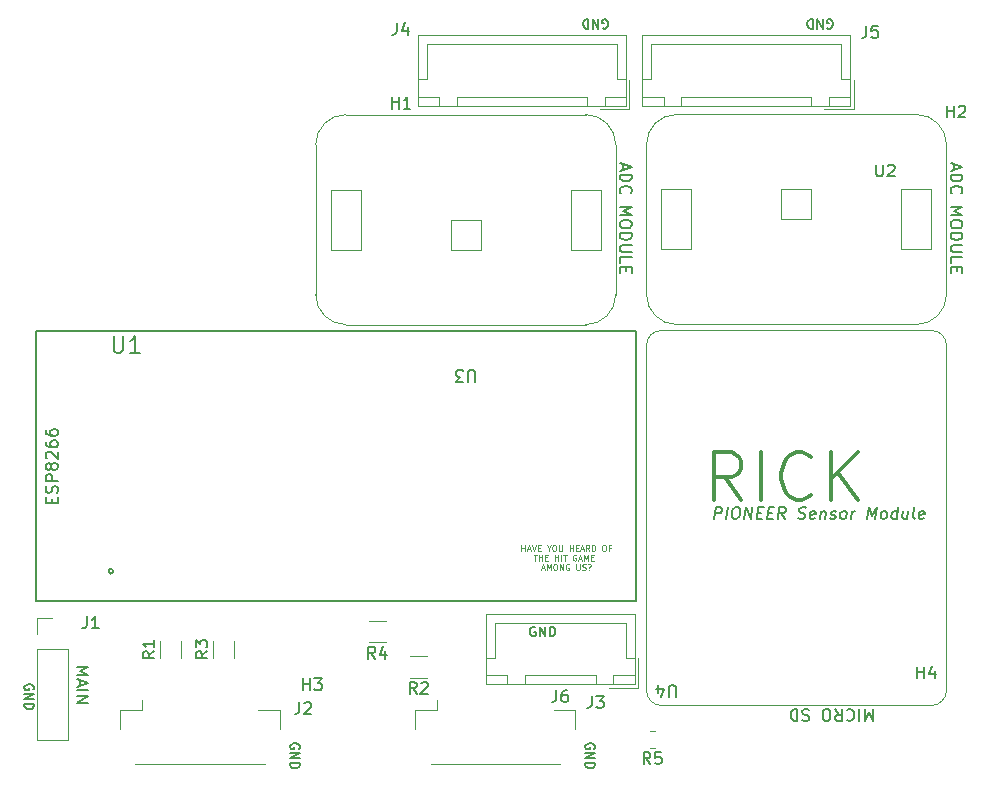
<source format=gbr>
%TF.GenerationSoftware,KiCad,Pcbnew,(6.0.10-0)*%
%TF.CreationDate,2023-01-18T17:39:01-08:00*%
%TF.ProjectId,Sensor,53656e73-6f72-42e6-9b69-6361645f7063,rev?*%
%TF.SameCoordinates,Original*%
%TF.FileFunction,Legend,Top*%
%TF.FilePolarity,Positive*%
%FSLAX46Y46*%
G04 Gerber Fmt 4.6, Leading zero omitted, Abs format (unit mm)*
G04 Created by KiCad (PCBNEW (6.0.10-0)) date 2023-01-18 17:39:01*
%MOMM*%
%LPD*%
G01*
G04 APERTURE LIST*
%ADD10C,0.125000*%
%ADD11C,0.150000*%
%ADD12C,0.300000*%
%ADD13C,0.120000*%
%ADD14C,0.127000*%
%ADD15C,0.203200*%
G04 APERTURE END LIST*
D10*
X63714285Y-121171190D02*
X63714285Y-120671190D01*
X63714285Y-120909285D02*
X64000000Y-120909285D01*
X64000000Y-121171190D02*
X64000000Y-120671190D01*
X64214285Y-121028333D02*
X64452380Y-121028333D01*
X64166666Y-121171190D02*
X64333333Y-120671190D01*
X64500000Y-121171190D01*
X64595238Y-120671190D02*
X64761904Y-121171190D01*
X64928571Y-120671190D01*
X65095238Y-120909285D02*
X65261904Y-120909285D01*
X65333333Y-121171190D02*
X65095238Y-121171190D01*
X65095238Y-120671190D01*
X65333333Y-120671190D01*
X66023809Y-120933095D02*
X66023809Y-121171190D01*
X65857142Y-120671190D02*
X66023809Y-120933095D01*
X66190476Y-120671190D01*
X66452380Y-120671190D02*
X66547619Y-120671190D01*
X66595238Y-120695000D01*
X66642857Y-120742619D01*
X66666666Y-120837857D01*
X66666666Y-121004523D01*
X66642857Y-121099761D01*
X66595238Y-121147380D01*
X66547619Y-121171190D01*
X66452380Y-121171190D01*
X66404761Y-121147380D01*
X66357142Y-121099761D01*
X66333333Y-121004523D01*
X66333333Y-120837857D01*
X66357142Y-120742619D01*
X66404761Y-120695000D01*
X66452380Y-120671190D01*
X66880952Y-120671190D02*
X66880952Y-121075952D01*
X66904761Y-121123571D01*
X66928571Y-121147380D01*
X66976190Y-121171190D01*
X67071428Y-121171190D01*
X67119047Y-121147380D01*
X67142857Y-121123571D01*
X67166666Y-121075952D01*
X67166666Y-120671190D01*
X67785714Y-121171190D02*
X67785714Y-120671190D01*
X67785714Y-120909285D02*
X68071428Y-120909285D01*
X68071428Y-121171190D02*
X68071428Y-120671190D01*
X68309523Y-120909285D02*
X68476190Y-120909285D01*
X68547619Y-121171190D02*
X68309523Y-121171190D01*
X68309523Y-120671190D01*
X68547619Y-120671190D01*
X68738095Y-121028333D02*
X68976190Y-121028333D01*
X68690476Y-121171190D02*
X68857142Y-120671190D01*
X69023809Y-121171190D01*
X69476190Y-121171190D02*
X69309523Y-120933095D01*
X69190476Y-121171190D02*
X69190476Y-120671190D01*
X69380952Y-120671190D01*
X69428571Y-120695000D01*
X69452380Y-120718809D01*
X69476190Y-120766428D01*
X69476190Y-120837857D01*
X69452380Y-120885476D01*
X69428571Y-120909285D01*
X69380952Y-120933095D01*
X69190476Y-120933095D01*
X69690476Y-121171190D02*
X69690476Y-120671190D01*
X69809523Y-120671190D01*
X69880952Y-120695000D01*
X69928571Y-120742619D01*
X69952380Y-120790238D01*
X69976190Y-120885476D01*
X69976190Y-120956904D01*
X69952380Y-121052142D01*
X69928571Y-121099761D01*
X69880952Y-121147380D01*
X69809523Y-121171190D01*
X69690476Y-121171190D01*
X70666666Y-120671190D02*
X70761904Y-120671190D01*
X70809523Y-120695000D01*
X70857142Y-120742619D01*
X70880952Y-120837857D01*
X70880952Y-121004523D01*
X70857142Y-121099761D01*
X70809523Y-121147380D01*
X70761904Y-121171190D01*
X70666666Y-121171190D01*
X70619047Y-121147380D01*
X70571428Y-121099761D01*
X70547619Y-121004523D01*
X70547619Y-120837857D01*
X70571428Y-120742619D01*
X70619047Y-120695000D01*
X70666666Y-120671190D01*
X71261904Y-120909285D02*
X71095238Y-120909285D01*
X71095238Y-121171190D02*
X71095238Y-120671190D01*
X71333333Y-120671190D01*
X64750000Y-121476190D02*
X65035714Y-121476190D01*
X64892857Y-121976190D02*
X64892857Y-121476190D01*
X65202380Y-121976190D02*
X65202380Y-121476190D01*
X65202380Y-121714285D02*
X65488095Y-121714285D01*
X65488095Y-121976190D02*
X65488095Y-121476190D01*
X65726190Y-121714285D02*
X65892857Y-121714285D01*
X65964285Y-121976190D02*
X65726190Y-121976190D01*
X65726190Y-121476190D01*
X65964285Y-121476190D01*
X66559523Y-121976190D02*
X66559523Y-121476190D01*
X66559523Y-121714285D02*
X66845238Y-121714285D01*
X66845238Y-121976190D02*
X66845238Y-121476190D01*
X67083333Y-121976190D02*
X67083333Y-121476190D01*
X67250000Y-121476190D02*
X67535714Y-121476190D01*
X67392857Y-121976190D02*
X67392857Y-121476190D01*
X68345238Y-121500000D02*
X68297619Y-121476190D01*
X68226190Y-121476190D01*
X68154761Y-121500000D01*
X68107142Y-121547619D01*
X68083333Y-121595238D01*
X68059523Y-121690476D01*
X68059523Y-121761904D01*
X68083333Y-121857142D01*
X68107142Y-121904761D01*
X68154761Y-121952380D01*
X68226190Y-121976190D01*
X68273809Y-121976190D01*
X68345238Y-121952380D01*
X68369047Y-121928571D01*
X68369047Y-121761904D01*
X68273809Y-121761904D01*
X68559523Y-121833333D02*
X68797619Y-121833333D01*
X68511904Y-121976190D02*
X68678571Y-121476190D01*
X68845238Y-121976190D01*
X69011904Y-121976190D02*
X69011904Y-121476190D01*
X69178571Y-121833333D01*
X69345238Y-121476190D01*
X69345238Y-121976190D01*
X69583333Y-121714285D02*
X69750000Y-121714285D01*
X69821428Y-121976190D02*
X69583333Y-121976190D01*
X69583333Y-121476190D01*
X69821428Y-121476190D01*
X65416666Y-122638333D02*
X65654761Y-122638333D01*
X65369047Y-122781190D02*
X65535714Y-122281190D01*
X65702380Y-122781190D01*
X65869047Y-122781190D02*
X65869047Y-122281190D01*
X66035714Y-122638333D01*
X66202380Y-122281190D01*
X66202380Y-122781190D01*
X66535714Y-122281190D02*
X66630952Y-122281190D01*
X66678571Y-122305000D01*
X66726190Y-122352619D01*
X66750000Y-122447857D01*
X66750000Y-122614523D01*
X66726190Y-122709761D01*
X66678571Y-122757380D01*
X66630952Y-122781190D01*
X66535714Y-122781190D01*
X66488095Y-122757380D01*
X66440476Y-122709761D01*
X66416666Y-122614523D01*
X66416666Y-122447857D01*
X66440476Y-122352619D01*
X66488095Y-122305000D01*
X66535714Y-122281190D01*
X66964285Y-122781190D02*
X66964285Y-122281190D01*
X67250000Y-122781190D01*
X67250000Y-122281190D01*
X67750000Y-122305000D02*
X67702380Y-122281190D01*
X67630952Y-122281190D01*
X67559523Y-122305000D01*
X67511904Y-122352619D01*
X67488095Y-122400238D01*
X67464285Y-122495476D01*
X67464285Y-122566904D01*
X67488095Y-122662142D01*
X67511904Y-122709761D01*
X67559523Y-122757380D01*
X67630952Y-122781190D01*
X67678571Y-122781190D01*
X67750000Y-122757380D01*
X67773809Y-122733571D01*
X67773809Y-122566904D01*
X67678571Y-122566904D01*
X68369047Y-122281190D02*
X68369047Y-122685952D01*
X68392857Y-122733571D01*
X68416666Y-122757380D01*
X68464285Y-122781190D01*
X68559523Y-122781190D01*
X68607142Y-122757380D01*
X68630952Y-122733571D01*
X68654761Y-122685952D01*
X68654761Y-122281190D01*
X68869047Y-122757380D02*
X68940476Y-122781190D01*
X69059523Y-122781190D01*
X69107142Y-122757380D01*
X69130952Y-122733571D01*
X69154761Y-122685952D01*
X69154761Y-122638333D01*
X69130952Y-122590714D01*
X69107142Y-122566904D01*
X69059523Y-122543095D01*
X68964285Y-122519285D01*
X68916666Y-122495476D01*
X68892857Y-122471666D01*
X68869047Y-122424047D01*
X68869047Y-122376428D01*
X68892857Y-122328809D01*
X68916666Y-122305000D01*
X68964285Y-122281190D01*
X69083333Y-122281190D01*
X69154761Y-122305000D01*
X69440476Y-122733571D02*
X69464285Y-122757380D01*
X69440476Y-122781190D01*
X69416666Y-122757380D01*
X69440476Y-122733571D01*
X69440476Y-122781190D01*
X69345238Y-122305000D02*
X69392857Y-122281190D01*
X69511904Y-122281190D01*
X69559523Y-122305000D01*
X69583333Y-122352619D01*
X69583333Y-122400238D01*
X69559523Y-122447857D01*
X69535714Y-122471666D01*
X69488095Y-122495476D01*
X69464285Y-122519285D01*
X69440476Y-122566904D01*
X69440476Y-122590714D01*
D11*
X100333333Y-88404761D02*
X100333333Y-88880952D01*
X100047619Y-88309523D02*
X101047619Y-88642857D01*
X100047619Y-88976190D01*
X100047619Y-89309523D02*
X101047619Y-89309523D01*
X101047619Y-89547619D01*
X101000000Y-89690476D01*
X100904761Y-89785714D01*
X100809523Y-89833333D01*
X100619047Y-89880952D01*
X100476190Y-89880952D01*
X100285714Y-89833333D01*
X100190476Y-89785714D01*
X100095238Y-89690476D01*
X100047619Y-89547619D01*
X100047619Y-89309523D01*
X100142857Y-90880952D02*
X100095238Y-90833333D01*
X100047619Y-90690476D01*
X100047619Y-90595238D01*
X100095238Y-90452380D01*
X100190476Y-90357142D01*
X100285714Y-90309523D01*
X100476190Y-90261904D01*
X100619047Y-90261904D01*
X100809523Y-90309523D01*
X100904761Y-90357142D01*
X101000000Y-90452380D01*
X101047619Y-90595238D01*
X101047619Y-90690476D01*
X101000000Y-90833333D01*
X100952380Y-90880952D01*
X100047619Y-92071428D02*
X101047619Y-92071428D01*
X100333333Y-92404761D01*
X101047619Y-92738095D01*
X100047619Y-92738095D01*
X101047619Y-93404761D02*
X101047619Y-93595238D01*
X101000000Y-93690476D01*
X100904761Y-93785714D01*
X100714285Y-93833333D01*
X100380952Y-93833333D01*
X100190476Y-93785714D01*
X100095238Y-93690476D01*
X100047619Y-93595238D01*
X100047619Y-93404761D01*
X100095238Y-93309523D01*
X100190476Y-93214285D01*
X100380952Y-93166666D01*
X100714285Y-93166666D01*
X100904761Y-93214285D01*
X101000000Y-93309523D01*
X101047619Y-93404761D01*
X100047619Y-94261904D02*
X101047619Y-94261904D01*
X101047619Y-94500000D01*
X101000000Y-94642857D01*
X100904761Y-94738095D01*
X100809523Y-94785714D01*
X100619047Y-94833333D01*
X100476190Y-94833333D01*
X100285714Y-94785714D01*
X100190476Y-94738095D01*
X100095238Y-94642857D01*
X100047619Y-94500000D01*
X100047619Y-94261904D01*
X101047619Y-95261904D02*
X100238095Y-95261904D01*
X100142857Y-95309523D01*
X100095238Y-95357142D01*
X100047619Y-95452380D01*
X100047619Y-95642857D01*
X100095238Y-95738095D01*
X100142857Y-95785714D01*
X100238095Y-95833333D01*
X101047619Y-95833333D01*
X100047619Y-96785714D02*
X100047619Y-96309523D01*
X101047619Y-96309523D01*
X100571428Y-97119047D02*
X100571428Y-97452380D01*
X100047619Y-97595238D02*
X100047619Y-97119047D01*
X101047619Y-97119047D01*
X101047619Y-97595238D01*
X26047619Y-130976190D02*
X27047619Y-130976190D01*
X26333333Y-131309523D01*
X27047619Y-131642857D01*
X26047619Y-131642857D01*
X26333333Y-132071428D02*
X26333333Y-132547619D01*
X26047619Y-131976190D02*
X27047619Y-132309523D01*
X26047619Y-132642857D01*
X26047619Y-132976190D02*
X27047619Y-132976190D01*
X26047619Y-133452380D02*
X27047619Y-133452380D01*
X26047619Y-134023809D01*
X27047619Y-134023809D01*
X44900000Y-137890476D02*
X44938095Y-137814285D01*
X44938095Y-137700000D01*
X44900000Y-137585714D01*
X44823809Y-137509523D01*
X44747619Y-137471428D01*
X44595238Y-137433333D01*
X44480952Y-137433333D01*
X44328571Y-137471428D01*
X44252380Y-137509523D01*
X44176190Y-137585714D01*
X44138095Y-137700000D01*
X44138095Y-137776190D01*
X44176190Y-137890476D01*
X44214285Y-137928571D01*
X44480952Y-137928571D01*
X44480952Y-137776190D01*
X44138095Y-138271428D02*
X44938095Y-138271428D01*
X44138095Y-138728571D01*
X44938095Y-138728571D01*
X44138095Y-139109523D02*
X44938095Y-139109523D01*
X44938095Y-139300000D01*
X44900000Y-139414285D01*
X44823809Y-139490476D01*
X44747619Y-139528571D01*
X44595238Y-139566666D01*
X44480952Y-139566666D01*
X44328571Y-139528571D01*
X44252380Y-139490476D01*
X44176190Y-139414285D01*
X44138095Y-139300000D01*
X44138095Y-139109523D01*
X72333333Y-88404761D02*
X72333333Y-88880952D01*
X72047619Y-88309523D02*
X73047619Y-88642857D01*
X72047619Y-88976190D01*
X72047619Y-89309523D02*
X73047619Y-89309523D01*
X73047619Y-89547619D01*
X73000000Y-89690476D01*
X72904761Y-89785714D01*
X72809523Y-89833333D01*
X72619047Y-89880952D01*
X72476190Y-89880952D01*
X72285714Y-89833333D01*
X72190476Y-89785714D01*
X72095238Y-89690476D01*
X72047619Y-89547619D01*
X72047619Y-89309523D01*
X72142857Y-90880952D02*
X72095238Y-90833333D01*
X72047619Y-90690476D01*
X72047619Y-90595238D01*
X72095238Y-90452380D01*
X72190476Y-90357142D01*
X72285714Y-90309523D01*
X72476190Y-90261904D01*
X72619047Y-90261904D01*
X72809523Y-90309523D01*
X72904761Y-90357142D01*
X73000000Y-90452380D01*
X73047619Y-90595238D01*
X73047619Y-90690476D01*
X73000000Y-90833333D01*
X72952380Y-90880952D01*
X72047619Y-92071428D02*
X73047619Y-92071428D01*
X72333333Y-92404761D01*
X73047619Y-92738095D01*
X72047619Y-92738095D01*
X73047619Y-93404761D02*
X73047619Y-93595238D01*
X73000000Y-93690476D01*
X72904761Y-93785714D01*
X72714285Y-93833333D01*
X72380952Y-93833333D01*
X72190476Y-93785714D01*
X72095238Y-93690476D01*
X72047619Y-93595238D01*
X72047619Y-93404761D01*
X72095238Y-93309523D01*
X72190476Y-93214285D01*
X72380952Y-93166666D01*
X72714285Y-93166666D01*
X72904761Y-93214285D01*
X73000000Y-93309523D01*
X73047619Y-93404761D01*
X72047619Y-94261904D02*
X73047619Y-94261904D01*
X73047619Y-94500000D01*
X73000000Y-94642857D01*
X72904761Y-94738095D01*
X72809523Y-94785714D01*
X72619047Y-94833333D01*
X72476190Y-94833333D01*
X72285714Y-94785714D01*
X72190476Y-94738095D01*
X72095238Y-94642857D01*
X72047619Y-94500000D01*
X72047619Y-94261904D01*
X73047619Y-95261904D02*
X72238095Y-95261904D01*
X72142857Y-95309523D01*
X72095238Y-95357142D01*
X72047619Y-95452380D01*
X72047619Y-95642857D01*
X72095238Y-95738095D01*
X72142857Y-95785714D01*
X72238095Y-95833333D01*
X73047619Y-95833333D01*
X72047619Y-96785714D02*
X72047619Y-96309523D01*
X73047619Y-96309523D01*
X72571428Y-97119047D02*
X72571428Y-97452380D01*
X72047619Y-97595238D02*
X72047619Y-97119047D01*
X73047619Y-97119047D01*
X73047619Y-97595238D01*
X70609523Y-76900000D02*
X70685714Y-76938095D01*
X70800000Y-76938095D01*
X70914285Y-76900000D01*
X70990476Y-76823809D01*
X71028571Y-76747619D01*
X71066666Y-76595238D01*
X71066666Y-76480952D01*
X71028571Y-76328571D01*
X70990476Y-76252380D01*
X70914285Y-76176190D01*
X70800000Y-76138095D01*
X70723809Y-76138095D01*
X70609523Y-76176190D01*
X70571428Y-76214285D01*
X70571428Y-76480952D01*
X70723809Y-76480952D01*
X70228571Y-76138095D02*
X70228571Y-76938095D01*
X69771428Y-76138095D01*
X69771428Y-76938095D01*
X69390476Y-76138095D02*
X69390476Y-76938095D01*
X69200000Y-76938095D01*
X69085714Y-76900000D01*
X69009523Y-76823809D01*
X68971428Y-76747619D01*
X68933333Y-76595238D01*
X68933333Y-76480952D01*
X68971428Y-76328571D01*
X69009523Y-76252380D01*
X69085714Y-76176190D01*
X69200000Y-76138095D01*
X69390476Y-76138095D01*
X93452380Y-134547619D02*
X93452380Y-135547619D01*
X93119047Y-134833333D01*
X92785714Y-135547619D01*
X92785714Y-134547619D01*
X92309523Y-134547619D02*
X92309523Y-135547619D01*
X91261904Y-134642857D02*
X91309523Y-134595238D01*
X91452380Y-134547619D01*
X91547619Y-134547619D01*
X91690476Y-134595238D01*
X91785714Y-134690476D01*
X91833333Y-134785714D01*
X91880952Y-134976190D01*
X91880952Y-135119047D01*
X91833333Y-135309523D01*
X91785714Y-135404761D01*
X91690476Y-135500000D01*
X91547619Y-135547619D01*
X91452380Y-135547619D01*
X91309523Y-135500000D01*
X91261904Y-135452380D01*
X90261904Y-134547619D02*
X90595238Y-135023809D01*
X90833333Y-134547619D02*
X90833333Y-135547619D01*
X90452380Y-135547619D01*
X90357142Y-135500000D01*
X90309523Y-135452380D01*
X90261904Y-135357142D01*
X90261904Y-135214285D01*
X90309523Y-135119047D01*
X90357142Y-135071428D01*
X90452380Y-135023809D01*
X90833333Y-135023809D01*
X89642857Y-135547619D02*
X89452380Y-135547619D01*
X89357142Y-135500000D01*
X89261904Y-135404761D01*
X89214285Y-135214285D01*
X89214285Y-134880952D01*
X89261904Y-134690476D01*
X89357142Y-134595238D01*
X89452380Y-134547619D01*
X89642857Y-134547619D01*
X89738095Y-134595238D01*
X89833333Y-134690476D01*
X89880952Y-134880952D01*
X89880952Y-135214285D01*
X89833333Y-135404761D01*
X89738095Y-135500000D01*
X89642857Y-135547619D01*
X88071428Y-134595238D02*
X87928571Y-134547619D01*
X87690476Y-134547619D01*
X87595238Y-134595238D01*
X87547619Y-134642857D01*
X87500000Y-134738095D01*
X87500000Y-134833333D01*
X87547619Y-134928571D01*
X87595238Y-134976190D01*
X87690476Y-135023809D01*
X87880952Y-135071428D01*
X87976190Y-135119047D01*
X88023809Y-135166666D01*
X88071428Y-135261904D01*
X88071428Y-135357142D01*
X88023809Y-135452380D01*
X87976190Y-135500000D01*
X87880952Y-135547619D01*
X87642857Y-135547619D01*
X87500000Y-135500000D01*
X87071428Y-134547619D02*
X87071428Y-135547619D01*
X86833333Y-135547619D01*
X86690476Y-135500000D01*
X86595238Y-135404761D01*
X86547619Y-135309523D01*
X86500000Y-135119047D01*
X86500000Y-134976190D01*
X86547619Y-134785714D01*
X86595238Y-134690476D01*
X86690476Y-134595238D01*
X86833333Y-134547619D01*
X87071428Y-134547619D01*
X23928571Y-117095238D02*
X23928571Y-116761904D01*
X24452380Y-116619047D02*
X24452380Y-117095238D01*
X23452380Y-117095238D01*
X23452380Y-116619047D01*
X24404761Y-116238095D02*
X24452380Y-116095238D01*
X24452380Y-115857142D01*
X24404761Y-115761904D01*
X24357142Y-115714285D01*
X24261904Y-115666666D01*
X24166666Y-115666666D01*
X24071428Y-115714285D01*
X24023809Y-115761904D01*
X23976190Y-115857142D01*
X23928571Y-116047619D01*
X23880952Y-116142857D01*
X23833333Y-116190476D01*
X23738095Y-116238095D01*
X23642857Y-116238095D01*
X23547619Y-116190476D01*
X23500000Y-116142857D01*
X23452380Y-116047619D01*
X23452380Y-115809523D01*
X23500000Y-115666666D01*
X24452380Y-115238095D02*
X23452380Y-115238095D01*
X23452380Y-114857142D01*
X23500000Y-114761904D01*
X23547619Y-114714285D01*
X23642857Y-114666666D01*
X23785714Y-114666666D01*
X23880952Y-114714285D01*
X23928571Y-114761904D01*
X23976190Y-114857142D01*
X23976190Y-115238095D01*
X23880952Y-114095238D02*
X23833333Y-114190476D01*
X23785714Y-114238095D01*
X23690476Y-114285714D01*
X23642857Y-114285714D01*
X23547619Y-114238095D01*
X23500000Y-114190476D01*
X23452380Y-114095238D01*
X23452380Y-113904761D01*
X23500000Y-113809523D01*
X23547619Y-113761904D01*
X23642857Y-113714285D01*
X23690476Y-113714285D01*
X23785714Y-113761904D01*
X23833333Y-113809523D01*
X23880952Y-113904761D01*
X23880952Y-114095238D01*
X23928571Y-114190476D01*
X23976190Y-114238095D01*
X24071428Y-114285714D01*
X24261904Y-114285714D01*
X24357142Y-114238095D01*
X24404761Y-114190476D01*
X24452380Y-114095238D01*
X24452380Y-113904761D01*
X24404761Y-113809523D01*
X24357142Y-113761904D01*
X24261904Y-113714285D01*
X24071428Y-113714285D01*
X23976190Y-113761904D01*
X23928571Y-113809523D01*
X23880952Y-113904761D01*
X23547619Y-113333333D02*
X23500000Y-113285714D01*
X23452380Y-113190476D01*
X23452380Y-112952380D01*
X23500000Y-112857142D01*
X23547619Y-112809523D01*
X23642857Y-112761904D01*
X23738095Y-112761904D01*
X23880952Y-112809523D01*
X24452380Y-113380952D01*
X24452380Y-112761904D01*
X23452380Y-111904761D02*
X23452380Y-112095238D01*
X23500000Y-112190476D01*
X23547619Y-112238095D01*
X23690476Y-112333333D01*
X23880952Y-112380952D01*
X24261904Y-112380952D01*
X24357142Y-112333333D01*
X24404761Y-112285714D01*
X24452380Y-112190476D01*
X24452380Y-112000000D01*
X24404761Y-111904761D01*
X24357142Y-111857142D01*
X24261904Y-111809523D01*
X24023809Y-111809523D01*
X23928571Y-111857142D01*
X23880952Y-111904761D01*
X23833333Y-112000000D01*
X23833333Y-112190476D01*
X23880952Y-112285714D01*
X23928571Y-112333333D01*
X24023809Y-112380952D01*
X23452380Y-110952380D02*
X23452380Y-111142857D01*
X23500000Y-111238095D01*
X23547619Y-111285714D01*
X23690476Y-111380952D01*
X23880952Y-111428571D01*
X24261904Y-111428571D01*
X24357142Y-111380952D01*
X24404761Y-111333333D01*
X24452380Y-111238095D01*
X24452380Y-111047619D01*
X24404761Y-110952380D01*
X24357142Y-110904761D01*
X24261904Y-110857142D01*
X24023809Y-110857142D01*
X23928571Y-110904761D01*
X23880952Y-110952380D01*
X23833333Y-111047619D01*
X23833333Y-111238095D01*
X23880952Y-111333333D01*
X23928571Y-111380952D01*
X24023809Y-111428571D01*
D12*
X82285714Y-116809523D02*
X80952380Y-114904761D01*
X80000000Y-116809523D02*
X80000000Y-112809523D01*
X81523809Y-112809523D01*
X81904761Y-113000000D01*
X82095238Y-113190476D01*
X82285714Y-113571428D01*
X82285714Y-114142857D01*
X82095238Y-114523809D01*
X81904761Y-114714285D01*
X81523809Y-114904761D01*
X80000000Y-114904761D01*
X84000000Y-116809523D02*
X84000000Y-112809523D01*
X88190476Y-116428571D02*
X88000000Y-116619047D01*
X87428571Y-116809523D01*
X87047619Y-116809523D01*
X86476190Y-116619047D01*
X86095238Y-116238095D01*
X85904761Y-115857142D01*
X85714285Y-115095238D01*
X85714285Y-114523809D01*
X85904761Y-113761904D01*
X86095238Y-113380952D01*
X86476190Y-113000000D01*
X87047619Y-112809523D01*
X87428571Y-112809523D01*
X88000000Y-113000000D01*
X88190476Y-113190476D01*
X89904761Y-116809523D02*
X89904761Y-112809523D01*
X92190476Y-116809523D02*
X90476190Y-114523809D01*
X92190476Y-112809523D02*
X89904761Y-115095238D01*
D11*
X22400000Y-132890476D02*
X22438095Y-132814285D01*
X22438095Y-132700000D01*
X22400000Y-132585714D01*
X22323809Y-132509523D01*
X22247619Y-132471428D01*
X22095238Y-132433333D01*
X21980952Y-132433333D01*
X21828571Y-132471428D01*
X21752380Y-132509523D01*
X21676190Y-132585714D01*
X21638095Y-132700000D01*
X21638095Y-132776190D01*
X21676190Y-132890476D01*
X21714285Y-132928571D01*
X21980952Y-132928571D01*
X21980952Y-132776190D01*
X21638095Y-133271428D02*
X22438095Y-133271428D01*
X21638095Y-133728571D01*
X22438095Y-133728571D01*
X21638095Y-134109523D02*
X22438095Y-134109523D01*
X22438095Y-134300000D01*
X22400000Y-134414285D01*
X22323809Y-134490476D01*
X22247619Y-134528571D01*
X22095238Y-134566666D01*
X21980952Y-134566666D01*
X21828571Y-134528571D01*
X21752380Y-134490476D01*
X21676190Y-134414285D01*
X21638095Y-134300000D01*
X21638095Y-134109523D01*
X69900000Y-137890476D02*
X69938095Y-137814285D01*
X69938095Y-137700000D01*
X69900000Y-137585714D01*
X69823809Y-137509523D01*
X69747619Y-137471428D01*
X69595238Y-137433333D01*
X69480952Y-137433333D01*
X69328571Y-137471428D01*
X69252380Y-137509523D01*
X69176190Y-137585714D01*
X69138095Y-137700000D01*
X69138095Y-137776190D01*
X69176190Y-137890476D01*
X69214285Y-137928571D01*
X69480952Y-137928571D01*
X69480952Y-137776190D01*
X69138095Y-138271428D02*
X69938095Y-138271428D01*
X69138095Y-138728571D01*
X69938095Y-138728571D01*
X69138095Y-139109523D02*
X69938095Y-139109523D01*
X69938095Y-139300000D01*
X69900000Y-139414285D01*
X69823809Y-139490476D01*
X69747619Y-139528571D01*
X69595238Y-139566666D01*
X69480952Y-139566666D01*
X69328571Y-139528571D01*
X69252380Y-139490476D01*
X69176190Y-139414285D01*
X69138095Y-139300000D01*
X69138095Y-139109523D01*
X89609523Y-76900000D02*
X89685714Y-76938095D01*
X89800000Y-76938095D01*
X89914285Y-76900000D01*
X89990476Y-76823809D01*
X90028571Y-76747619D01*
X90066666Y-76595238D01*
X90066666Y-76480952D01*
X90028571Y-76328571D01*
X89990476Y-76252380D01*
X89914285Y-76176190D01*
X89800000Y-76138095D01*
X89723809Y-76138095D01*
X89609523Y-76176190D01*
X89571428Y-76214285D01*
X89571428Y-76480952D01*
X89723809Y-76480952D01*
X89228571Y-76138095D02*
X89228571Y-76938095D01*
X88771428Y-76138095D01*
X88771428Y-76938095D01*
X88390476Y-76138095D02*
X88390476Y-76938095D01*
X88200000Y-76938095D01*
X88085714Y-76900000D01*
X88009523Y-76823809D01*
X87971428Y-76747619D01*
X87933333Y-76595238D01*
X87933333Y-76480952D01*
X87971428Y-76328571D01*
X88009523Y-76252380D01*
X88085714Y-76176190D01*
X88200000Y-76138095D01*
X88390476Y-76138095D01*
X64890476Y-127600000D02*
X64814285Y-127561904D01*
X64700000Y-127561904D01*
X64585714Y-127600000D01*
X64509523Y-127676190D01*
X64471428Y-127752380D01*
X64433333Y-127904761D01*
X64433333Y-128019047D01*
X64471428Y-128171428D01*
X64509523Y-128247619D01*
X64585714Y-128323809D01*
X64700000Y-128361904D01*
X64776190Y-128361904D01*
X64890476Y-128323809D01*
X64928571Y-128285714D01*
X64928571Y-128019047D01*
X64776190Y-128019047D01*
X65271428Y-128361904D02*
X65271428Y-127561904D01*
X65728571Y-128361904D01*
X65728571Y-127561904D01*
X66109523Y-128361904D02*
X66109523Y-127561904D01*
X66300000Y-127561904D01*
X66414285Y-127600000D01*
X66490476Y-127676190D01*
X66528571Y-127752380D01*
X66566666Y-127904761D01*
X66566666Y-128019047D01*
X66528571Y-128171428D01*
X66490476Y-128247619D01*
X66414285Y-128323809D01*
X66300000Y-128361904D01*
X66109523Y-128361904D01*
X80048184Y-118452380D02*
X80173184Y-117452380D01*
X80554136Y-117452380D01*
X80643422Y-117500000D01*
X80685089Y-117547619D01*
X80720803Y-117642857D01*
X80702946Y-117785714D01*
X80643422Y-117880952D01*
X80589851Y-117928571D01*
X80488660Y-117976190D01*
X80107708Y-117976190D01*
X81048184Y-118452380D02*
X81173184Y-117452380D01*
X81839851Y-117452380D02*
X82030327Y-117452380D01*
X82119613Y-117500000D01*
X82202946Y-117595238D01*
X82226755Y-117785714D01*
X82185089Y-118119047D01*
X82113660Y-118309523D01*
X82006517Y-118404761D01*
X81905327Y-118452380D01*
X81714851Y-118452380D01*
X81625565Y-118404761D01*
X81542232Y-118309523D01*
X81518422Y-118119047D01*
X81560089Y-117785714D01*
X81631517Y-117595238D01*
X81738660Y-117500000D01*
X81839851Y-117452380D01*
X82571994Y-118452380D02*
X82696994Y-117452380D01*
X83143422Y-118452380D01*
X83268422Y-117452380D01*
X83685089Y-117928571D02*
X84018422Y-117928571D01*
X84095803Y-118452380D02*
X83619613Y-118452380D01*
X83744613Y-117452380D01*
X84220803Y-117452380D01*
X84589851Y-117928571D02*
X84923184Y-117928571D01*
X85000565Y-118452380D02*
X84524375Y-118452380D01*
X84649375Y-117452380D01*
X85125565Y-117452380D01*
X86000565Y-118452380D02*
X85726755Y-117976190D01*
X85429136Y-118452380D02*
X85554136Y-117452380D01*
X85935089Y-117452380D01*
X86024375Y-117500000D01*
X86066041Y-117547619D01*
X86101755Y-117642857D01*
X86083898Y-117785714D01*
X86024375Y-117880952D01*
X85970803Y-117928571D01*
X85869613Y-117976190D01*
X85488660Y-117976190D01*
X87149375Y-118404761D02*
X87286279Y-118452380D01*
X87524375Y-118452380D01*
X87625565Y-118404761D01*
X87679136Y-118357142D01*
X87738660Y-118261904D01*
X87750565Y-118166666D01*
X87714851Y-118071428D01*
X87673184Y-118023809D01*
X87583898Y-117976190D01*
X87399375Y-117928571D01*
X87310089Y-117880952D01*
X87268422Y-117833333D01*
X87232708Y-117738095D01*
X87244613Y-117642857D01*
X87304136Y-117547619D01*
X87357708Y-117500000D01*
X87458898Y-117452380D01*
X87696994Y-117452380D01*
X87833898Y-117500000D01*
X88530327Y-118404761D02*
X88429136Y-118452380D01*
X88238660Y-118452380D01*
X88149375Y-118404761D01*
X88113660Y-118309523D01*
X88161279Y-117928571D01*
X88220803Y-117833333D01*
X88321994Y-117785714D01*
X88512470Y-117785714D01*
X88601755Y-117833333D01*
X88637470Y-117928571D01*
X88625565Y-118023809D01*
X88137470Y-118119047D01*
X89083898Y-117785714D02*
X89000565Y-118452380D01*
X89071994Y-117880952D02*
X89125565Y-117833333D01*
X89226755Y-117785714D01*
X89369613Y-117785714D01*
X89458898Y-117833333D01*
X89494613Y-117928571D01*
X89429136Y-118452380D01*
X89863660Y-118404761D02*
X89952946Y-118452380D01*
X90143422Y-118452380D01*
X90244613Y-118404761D01*
X90304136Y-118309523D01*
X90310089Y-118261904D01*
X90274375Y-118166666D01*
X90185089Y-118119047D01*
X90042232Y-118119047D01*
X89952946Y-118071428D01*
X89917232Y-117976190D01*
X89923184Y-117928571D01*
X89982708Y-117833333D01*
X90083898Y-117785714D01*
X90226755Y-117785714D01*
X90316041Y-117833333D01*
X90857708Y-118452380D02*
X90768422Y-118404761D01*
X90726755Y-118357142D01*
X90691041Y-118261904D01*
X90726755Y-117976190D01*
X90786279Y-117880952D01*
X90839851Y-117833333D01*
X90941041Y-117785714D01*
X91083898Y-117785714D01*
X91173184Y-117833333D01*
X91214851Y-117880952D01*
X91250565Y-117976190D01*
X91214851Y-118261904D01*
X91155327Y-118357142D01*
X91101755Y-118404761D01*
X91000565Y-118452380D01*
X90857708Y-118452380D01*
X91619613Y-118452380D02*
X91702946Y-117785714D01*
X91679136Y-117976190D02*
X91738660Y-117880952D01*
X91792232Y-117833333D01*
X91893422Y-117785714D01*
X91988660Y-117785714D01*
X93000565Y-118452380D02*
X93125565Y-117452380D01*
X93369613Y-118166666D01*
X93792232Y-117452380D01*
X93667232Y-118452380D01*
X94286279Y-118452380D02*
X94196994Y-118404761D01*
X94155327Y-118357142D01*
X94119613Y-118261904D01*
X94155327Y-117976190D01*
X94214851Y-117880952D01*
X94268422Y-117833333D01*
X94369613Y-117785714D01*
X94512470Y-117785714D01*
X94601755Y-117833333D01*
X94643422Y-117880952D01*
X94679136Y-117976190D01*
X94643422Y-118261904D01*
X94583898Y-118357142D01*
X94530327Y-118404761D01*
X94429136Y-118452380D01*
X94286279Y-118452380D01*
X95476755Y-118452380D02*
X95601755Y-117452380D01*
X95482708Y-118404761D02*
X95381517Y-118452380D01*
X95191041Y-118452380D01*
X95101755Y-118404761D01*
X95060089Y-118357142D01*
X95024375Y-118261904D01*
X95060089Y-117976190D01*
X95119613Y-117880952D01*
X95173184Y-117833333D01*
X95274375Y-117785714D01*
X95464851Y-117785714D01*
X95554136Y-117833333D01*
X96464851Y-117785714D02*
X96381517Y-118452380D01*
X96036279Y-117785714D02*
X95970803Y-118309523D01*
X96006517Y-118404761D01*
X96095803Y-118452380D01*
X96238660Y-118452380D01*
X96339851Y-118404761D01*
X96393422Y-118357142D01*
X97000565Y-118452380D02*
X96911279Y-118404761D01*
X96875565Y-118309523D01*
X96982708Y-117452380D01*
X97768422Y-118404761D02*
X97667232Y-118452380D01*
X97476755Y-118452380D01*
X97387470Y-118404761D01*
X97351755Y-118309523D01*
X97399375Y-117928571D01*
X97458898Y-117833333D01*
X97560089Y-117785714D01*
X97750565Y-117785714D01*
X97839851Y-117833333D01*
X97875565Y-117928571D01*
X97863660Y-118023809D01*
X97375565Y-118119047D01*
%TO.C,R2*%
X54833333Y-133272380D02*
X54500000Y-132796190D01*
X54261904Y-133272380D02*
X54261904Y-132272380D01*
X54642857Y-132272380D01*
X54738095Y-132320000D01*
X54785714Y-132367619D01*
X54833333Y-132462857D01*
X54833333Y-132605714D01*
X54785714Y-132700952D01*
X54738095Y-132748571D01*
X54642857Y-132796190D01*
X54261904Y-132796190D01*
X55214285Y-132367619D02*
X55261904Y-132320000D01*
X55357142Y-132272380D01*
X55595238Y-132272380D01*
X55690476Y-132320000D01*
X55738095Y-132367619D01*
X55785714Y-132462857D01*
X55785714Y-132558095D01*
X55738095Y-132700952D01*
X55166666Y-133272380D01*
X55785714Y-133272380D01*
%TO.C,R3*%
X37132380Y-129666666D02*
X36656190Y-130000000D01*
X37132380Y-130238095D02*
X36132380Y-130238095D01*
X36132380Y-129857142D01*
X36180000Y-129761904D01*
X36227619Y-129714285D01*
X36322857Y-129666666D01*
X36465714Y-129666666D01*
X36560952Y-129714285D01*
X36608571Y-129761904D01*
X36656190Y-129857142D01*
X36656190Y-130238095D01*
X36132380Y-129333333D02*
X36132380Y-128714285D01*
X36513333Y-129047619D01*
X36513333Y-128904761D01*
X36560952Y-128809523D01*
X36608571Y-128761904D01*
X36703809Y-128714285D01*
X36941904Y-128714285D01*
X37037142Y-128761904D01*
X37084761Y-128809523D01*
X37132380Y-128904761D01*
X37132380Y-129190476D01*
X37084761Y-129285714D01*
X37037142Y-129333333D01*
%TO.C,J1*%
X26916666Y-126702380D02*
X26916666Y-127416666D01*
X26869047Y-127559523D01*
X26773809Y-127654761D01*
X26630952Y-127702380D01*
X26535714Y-127702380D01*
X27916666Y-127702380D02*
X27345238Y-127702380D01*
X27630952Y-127702380D02*
X27630952Y-126702380D01*
X27535714Y-126845238D01*
X27440476Y-126940476D01*
X27345238Y-126988095D01*
%TO.C,R5*%
X74633333Y-139202380D02*
X74300000Y-138726190D01*
X74061904Y-139202380D02*
X74061904Y-138202380D01*
X74442857Y-138202380D01*
X74538095Y-138250000D01*
X74585714Y-138297619D01*
X74633333Y-138392857D01*
X74633333Y-138535714D01*
X74585714Y-138630952D01*
X74538095Y-138678571D01*
X74442857Y-138726190D01*
X74061904Y-138726190D01*
X75538095Y-138202380D02*
X75061904Y-138202380D01*
X75014285Y-138678571D01*
X75061904Y-138630952D01*
X75157142Y-138583333D01*
X75395238Y-138583333D01*
X75490476Y-138630952D01*
X75538095Y-138678571D01*
X75585714Y-138773809D01*
X75585714Y-139011904D01*
X75538095Y-139107142D01*
X75490476Y-139154761D01*
X75395238Y-139202380D01*
X75157142Y-139202380D01*
X75061904Y-139154761D01*
X75014285Y-139107142D01*
%TO.C,J4*%
X53166666Y-76452380D02*
X53166666Y-77166666D01*
X53119047Y-77309523D01*
X53023809Y-77404761D01*
X52880952Y-77452380D01*
X52785714Y-77452380D01*
X54071428Y-76785714D02*
X54071428Y-77452380D01*
X53833333Y-76404761D02*
X53595238Y-77119047D01*
X54214285Y-77119047D01*
%TO.C,H3*%
X45238095Y-132952380D02*
X45238095Y-131952380D01*
X45238095Y-132428571D02*
X45809523Y-132428571D01*
X45809523Y-132952380D02*
X45809523Y-131952380D01*
X46190476Y-131952380D02*
X46809523Y-131952380D01*
X46476190Y-132333333D01*
X46619047Y-132333333D01*
X46714285Y-132380952D01*
X46761904Y-132428571D01*
X46809523Y-132523809D01*
X46809523Y-132761904D01*
X46761904Y-132857142D01*
X46714285Y-132904761D01*
X46619047Y-132952380D01*
X46333333Y-132952380D01*
X46238095Y-132904761D01*
X46190476Y-132857142D01*
%TO.C,J5*%
X92916666Y-76702380D02*
X92916666Y-77416666D01*
X92869047Y-77559523D01*
X92773809Y-77654761D01*
X92630952Y-77702380D01*
X92535714Y-77702380D01*
X93869047Y-76702380D02*
X93392857Y-76702380D01*
X93345238Y-77178571D01*
X93392857Y-77130952D01*
X93488095Y-77083333D01*
X93726190Y-77083333D01*
X93821428Y-77130952D01*
X93869047Y-77178571D01*
X93916666Y-77273809D01*
X93916666Y-77511904D01*
X93869047Y-77607142D01*
X93821428Y-77654761D01*
X93726190Y-77702380D01*
X93488095Y-77702380D01*
X93392857Y-77654761D01*
X93345238Y-77607142D01*
%TO.C,J2*%
X44916666Y-133952380D02*
X44916666Y-134666666D01*
X44869047Y-134809523D01*
X44773809Y-134904761D01*
X44630952Y-134952380D01*
X44535714Y-134952380D01*
X45345238Y-134047619D02*
X45392857Y-134000000D01*
X45488095Y-133952380D01*
X45726190Y-133952380D01*
X45821428Y-134000000D01*
X45869047Y-134047619D01*
X45916666Y-134142857D01*
X45916666Y-134238095D01*
X45869047Y-134380952D01*
X45297619Y-134952380D01*
X45916666Y-134952380D01*
%TO.C,H4*%
X97238095Y-131952380D02*
X97238095Y-130952380D01*
X97238095Y-131428571D02*
X97809523Y-131428571D01*
X97809523Y-131952380D02*
X97809523Y-130952380D01*
X98714285Y-131285714D02*
X98714285Y-131952380D01*
X98476190Y-130904761D02*
X98238095Y-131619047D01*
X98857142Y-131619047D01*
%TO.C,H2*%
X99738095Y-84452380D02*
X99738095Y-83452380D01*
X99738095Y-83928571D02*
X100309523Y-83928571D01*
X100309523Y-84452380D02*
X100309523Y-83452380D01*
X100738095Y-83547619D02*
X100785714Y-83500000D01*
X100880952Y-83452380D01*
X101119047Y-83452380D01*
X101214285Y-83500000D01*
X101261904Y-83547619D01*
X101309523Y-83642857D01*
X101309523Y-83738095D01*
X101261904Y-83880952D01*
X100690476Y-84452380D01*
X101309523Y-84452380D01*
%TO.C,J3*%
X69666666Y-133452380D02*
X69666666Y-134166666D01*
X69619047Y-134309523D01*
X69523809Y-134404761D01*
X69380952Y-134452380D01*
X69285714Y-134452380D01*
X70047619Y-133452380D02*
X70666666Y-133452380D01*
X70333333Y-133833333D01*
X70476190Y-133833333D01*
X70571428Y-133880952D01*
X70619047Y-133928571D01*
X70666666Y-134023809D01*
X70666666Y-134261904D01*
X70619047Y-134357142D01*
X70571428Y-134404761D01*
X70476190Y-134452380D01*
X70190476Y-134452380D01*
X70095238Y-134404761D01*
X70047619Y-134357142D01*
%TO.C,J6*%
X66666666Y-132952380D02*
X66666666Y-133666666D01*
X66619047Y-133809523D01*
X66523809Y-133904761D01*
X66380952Y-133952380D01*
X66285714Y-133952380D01*
X67571428Y-132952380D02*
X67380952Y-132952380D01*
X67285714Y-133000000D01*
X67238095Y-133047619D01*
X67142857Y-133190476D01*
X67095238Y-133380952D01*
X67095238Y-133761904D01*
X67142857Y-133857142D01*
X67190476Y-133904761D01*
X67285714Y-133952380D01*
X67476190Y-133952380D01*
X67571428Y-133904761D01*
X67619047Y-133857142D01*
X67666666Y-133761904D01*
X67666666Y-133523809D01*
X67619047Y-133428571D01*
X67571428Y-133380952D01*
X67476190Y-133333333D01*
X67285714Y-133333333D01*
X67190476Y-133380952D01*
X67142857Y-133428571D01*
X67095238Y-133523809D01*
%TO.C,H1*%
X52738095Y-83702380D02*
X52738095Y-82702380D01*
X52738095Y-83178571D02*
X53309523Y-83178571D01*
X53309523Y-83702380D02*
X53309523Y-82702380D01*
X54309523Y-83702380D02*
X53738095Y-83702380D01*
X54023809Y-83702380D02*
X54023809Y-82702380D01*
X53928571Y-82845238D01*
X53833333Y-82940476D01*
X53738095Y-82988095D01*
%TO.C,R1*%
X32632380Y-129666666D02*
X32156190Y-130000000D01*
X32632380Y-130238095D02*
X31632380Y-130238095D01*
X31632380Y-129857142D01*
X31680000Y-129761904D01*
X31727619Y-129714285D01*
X31822857Y-129666666D01*
X31965714Y-129666666D01*
X32060952Y-129714285D01*
X32108571Y-129761904D01*
X32156190Y-129857142D01*
X32156190Y-130238095D01*
X32632380Y-128714285D02*
X32632380Y-129285714D01*
X32632380Y-129000000D02*
X31632380Y-129000000D01*
X31775238Y-129095238D01*
X31870476Y-129190476D01*
X31918095Y-129285714D01*
%TO.C,U1*%
X29181089Y-102981720D02*
X29181089Y-104117437D01*
X29247896Y-104251051D01*
X29314703Y-104317858D01*
X29448317Y-104384665D01*
X29715544Y-104384665D01*
X29849158Y-104317858D01*
X29915965Y-104251051D01*
X29982772Y-104117437D01*
X29982772Y-102981720D01*
X31385717Y-104384665D02*
X30584034Y-104384665D01*
X30984875Y-104384665D02*
X30984875Y-102981720D01*
X30851262Y-103182141D01*
X30717648Y-103315755D01*
X30584034Y-103382562D01*
%TO.C,U4*%
X76761904Y-133517619D02*
X76761904Y-132708095D01*
X76714285Y-132612857D01*
X76666666Y-132565238D01*
X76571428Y-132517619D01*
X76380952Y-132517619D01*
X76285714Y-132565238D01*
X76238095Y-132612857D01*
X76190476Y-132708095D01*
X76190476Y-133517619D01*
X75285714Y-133184285D02*
X75285714Y-132517619D01*
X75523809Y-133565238D02*
X75761904Y-132850952D01*
X75142857Y-132850952D01*
%TO.C,U3*%
X59761904Y-106817619D02*
X59761904Y-106008095D01*
X59714285Y-105912857D01*
X59666666Y-105865238D01*
X59571428Y-105817619D01*
X59380952Y-105817619D01*
X59285714Y-105865238D01*
X59238095Y-105912857D01*
X59190476Y-106008095D01*
X59190476Y-106817619D01*
X58809523Y-106817619D02*
X58190476Y-106817619D01*
X58523809Y-106436666D01*
X58380952Y-106436666D01*
X58285714Y-106389047D01*
X58238095Y-106341428D01*
X58190476Y-106246190D01*
X58190476Y-106008095D01*
X58238095Y-105912857D01*
X58285714Y-105865238D01*
X58380952Y-105817619D01*
X58666666Y-105817619D01*
X58761904Y-105865238D01*
X58809523Y-105912857D01*
%TO.C,R4*%
X51333333Y-130272380D02*
X51000000Y-129796190D01*
X50761904Y-130272380D02*
X50761904Y-129272380D01*
X51142857Y-129272380D01*
X51238095Y-129320000D01*
X51285714Y-129367619D01*
X51333333Y-129462857D01*
X51333333Y-129605714D01*
X51285714Y-129700952D01*
X51238095Y-129748571D01*
X51142857Y-129796190D01*
X50761904Y-129796190D01*
X52190476Y-129605714D02*
X52190476Y-130272380D01*
X51952380Y-129224761D02*
X51714285Y-129939047D01*
X52333333Y-129939047D01*
%TO.C,U2*%
X93738095Y-88452380D02*
X93738095Y-89261904D01*
X93785714Y-89357142D01*
X93833333Y-89404761D01*
X93928571Y-89452380D01*
X94119047Y-89452380D01*
X94214285Y-89404761D01*
X94261904Y-89357142D01*
X94309523Y-89261904D01*
X94309523Y-88452380D01*
X94738095Y-88547619D02*
X94785714Y-88500000D01*
X94880952Y-88452380D01*
X95119047Y-88452380D01*
X95214285Y-88500000D01*
X95261904Y-88547619D01*
X95309523Y-88642857D01*
X95309523Y-88738095D01*
X95261904Y-88880952D01*
X94690476Y-89452380D01*
X95309523Y-89452380D01*
D13*
%TO.C,R2*%
X55727064Y-130090000D02*
X54272936Y-130090000D01*
X55727064Y-131910000D02*
X54272936Y-131910000D01*
%TO.C,R3*%
X37590000Y-130227064D02*
X37590000Y-128772936D01*
X39410000Y-130227064D02*
X39410000Y-128772936D01*
%TO.C,J1*%
X22670000Y-129470000D02*
X25330000Y-129470000D01*
X22670000Y-126870000D02*
X24000000Y-126870000D01*
X22670000Y-128200000D02*
X22670000Y-126870000D01*
X22670000Y-137150000D02*
X25330000Y-137150000D01*
X22670000Y-129470000D02*
X22670000Y-137150000D01*
X25330000Y-129470000D02*
X25330000Y-137150000D01*
%TO.C,R5*%
X75027064Y-137835000D02*
X74572936Y-137835000D01*
X75027064Y-136365000D02*
X74572936Y-136365000D01*
%TO.C,J4*%
X54950000Y-83450000D02*
X56750000Y-83450000D01*
X58250000Y-82700000D02*
X58250000Y-83450000D01*
X69250000Y-83450000D02*
X69250000Y-82700000D01*
X72550000Y-83450000D02*
X72550000Y-82700000D01*
X72550000Y-77500000D02*
X54950000Y-77500000D01*
X71800000Y-81200000D02*
X71800000Y-78250000D01*
X70750000Y-83450000D02*
X72550000Y-83450000D01*
X58250000Y-83450000D02*
X69250000Y-83450000D01*
X54950000Y-81200000D02*
X55700000Y-81200000D01*
X70750000Y-82700000D02*
X70750000Y-83450000D01*
X72550000Y-81200000D02*
X71800000Y-81200000D01*
X72850000Y-83750000D02*
X72850000Y-81250000D01*
X54950000Y-83450000D02*
X72550000Y-83450000D01*
X56750000Y-83450000D02*
X56750000Y-82700000D01*
X54950000Y-82700000D02*
X54950000Y-83450000D01*
X54950000Y-77500000D02*
X54950000Y-83450000D01*
X72550000Y-83450000D02*
X72550000Y-77500000D01*
X71800000Y-78250000D02*
X63750000Y-78250000D01*
X55700000Y-81200000D02*
X55700000Y-78250000D01*
X55700000Y-78250000D02*
X63750000Y-78250000D01*
X70350000Y-83750000D02*
X72850000Y-83750000D01*
X56750000Y-82700000D02*
X54950000Y-82700000D01*
X72550000Y-82700000D02*
X70750000Y-82700000D01*
X69250000Y-82700000D02*
X58250000Y-82700000D01*
%TO.C,J5*%
X75750000Y-83450000D02*
X75750000Y-82700000D01*
X73950000Y-83450000D02*
X91550000Y-83450000D01*
X89750000Y-82700000D02*
X89750000Y-83450000D01*
X91850000Y-83750000D02*
X91850000Y-81250000D01*
X73950000Y-81200000D02*
X74700000Y-81200000D01*
X91550000Y-83450000D02*
X91550000Y-77500000D01*
X91550000Y-82700000D02*
X89750000Y-82700000D01*
X73950000Y-77500000D02*
X73950000Y-83450000D01*
X77250000Y-82700000D02*
X77250000Y-83450000D01*
X77250000Y-83450000D02*
X88250000Y-83450000D01*
X91550000Y-83450000D02*
X91550000Y-82700000D01*
X75750000Y-82700000D02*
X73950000Y-82700000D01*
X74700000Y-78250000D02*
X82750000Y-78250000D01*
X91550000Y-77500000D02*
X73950000Y-77500000D01*
X90800000Y-78250000D02*
X82750000Y-78250000D01*
X88250000Y-83450000D02*
X88250000Y-82700000D01*
X90800000Y-81200000D02*
X90800000Y-78250000D01*
X89350000Y-83750000D02*
X91850000Y-83750000D01*
X88250000Y-82700000D02*
X77250000Y-82700000D01*
X91550000Y-81200000D02*
X90800000Y-81200000D01*
X89750000Y-83450000D02*
X91550000Y-83450000D01*
X74700000Y-81200000D02*
X74700000Y-78250000D01*
X73950000Y-83450000D02*
X75750000Y-83450000D01*
X73950000Y-82700000D02*
X73950000Y-83450000D01*
%TO.C,J2*%
X43285000Y-136240000D02*
X43285000Y-134590000D01*
X29715000Y-134590000D02*
X31565000Y-134590000D01*
X29715000Y-136240000D02*
X29715000Y-134590000D01*
X43285000Y-134590000D02*
X41435000Y-134590000D01*
X31035000Y-139210000D02*
X41965000Y-139210000D01*
X31565000Y-134590000D02*
X31565000Y-133800000D01*
%TO.C,J3*%
X68285000Y-134590000D02*
X66435000Y-134590000D01*
X54715000Y-136240000D02*
X54715000Y-134590000D01*
X68285000Y-136240000D02*
X68285000Y-134590000D01*
X54715000Y-134590000D02*
X56565000Y-134590000D01*
X56035000Y-139210000D02*
X66965000Y-139210000D01*
X56565000Y-134590000D02*
X56565000Y-133800000D01*
%TO.C,J6*%
X64000000Y-132450000D02*
X70000000Y-132450000D01*
X61450000Y-130200000D02*
X61450000Y-127250000D01*
X70000000Y-131700000D02*
X64000000Y-131700000D01*
X73300000Y-132450000D02*
X73300000Y-131700000D01*
X72550000Y-130200000D02*
X72550000Y-127250000D01*
X71100000Y-132750000D02*
X73600000Y-132750000D01*
X60700000Y-131700000D02*
X60700000Y-132450000D01*
X61450000Y-127250000D02*
X67000000Y-127250000D01*
X71500000Y-132450000D02*
X73300000Y-132450000D01*
X72550000Y-127250000D02*
X67000000Y-127250000D01*
X62500000Y-132450000D02*
X62500000Y-131700000D01*
X64000000Y-131700000D02*
X64000000Y-132450000D01*
X73600000Y-132750000D02*
X73600000Y-130250000D01*
X60700000Y-132450000D02*
X73300000Y-132450000D01*
X73300000Y-132450000D02*
X73300000Y-126500000D01*
X60700000Y-132450000D02*
X62500000Y-132450000D01*
X62500000Y-131700000D02*
X60700000Y-131700000D01*
X73300000Y-131700000D02*
X71500000Y-131700000D01*
X73300000Y-126500000D02*
X60700000Y-126500000D01*
X70000000Y-132450000D02*
X70000000Y-131700000D01*
X71500000Y-131700000D02*
X71500000Y-132450000D01*
X60700000Y-130200000D02*
X61450000Y-130200000D01*
X60700000Y-126500000D02*
X60700000Y-132450000D01*
X73300000Y-130200000D02*
X72550000Y-130200000D01*
%TO.C,R1*%
X34910000Y-130227064D02*
X34910000Y-128772936D01*
X33090000Y-130227064D02*
X33090000Y-128772936D01*
D14*
%TO.C,U1*%
X73400000Y-102570000D02*
X73400000Y-125430000D01*
X73400000Y-125430000D02*
X22600000Y-125430000D01*
X22600000Y-102570000D02*
X73400000Y-102570000D01*
X22600000Y-125430000D02*
X22600000Y-102570000D01*
D15*
X29150000Y-122890000D02*
G75*
G03*
X29150000Y-122890000I-200000J0D01*
G01*
D13*
%TO.C,U4*%
X98430000Y-102490000D02*
X75570000Y-102490000D01*
X98430000Y-134240000D02*
X75570000Y-134240000D01*
X74300000Y-132970000D02*
X74300000Y-103760000D01*
X99700000Y-103760000D02*
X99700000Y-132970000D01*
X98430000Y-134240000D02*
G75*
G03*
X99700000Y-132970000I1J1269999D01*
G01*
X99700000Y-103760000D02*
G75*
G03*
X98430000Y-102490000I-1269999J1D01*
G01*
X74300000Y-132970000D02*
G75*
G03*
X75570000Y-134240000I1270000J0D01*
G01*
X75570000Y-102490000D02*
G75*
G03*
X74300000Y-103760000I0J-1270000D01*
G01*
%TO.C,U3*%
X50110000Y-94380000D02*
X50110000Y-95650000D01*
X60270000Y-95650000D02*
X60270000Y-93110000D01*
X69160000Y-84220000D02*
X48840000Y-84220000D01*
X48840000Y-102000000D02*
X69160000Y-102000000D01*
X46300000Y-86760000D02*
X46300000Y-99460000D01*
X67890000Y-95650000D02*
X67890000Y-90570000D01*
X60270000Y-93110000D02*
X57730000Y-93110000D01*
X71700000Y-99460000D02*
X71700000Y-86760000D01*
X57730000Y-93110000D02*
X57730000Y-95650000D01*
X67890000Y-90570000D02*
X70430000Y-90570000D01*
X57730000Y-95650000D02*
X60270000Y-95650000D01*
X70430000Y-90570000D02*
X70430000Y-95650000D01*
X70430000Y-95650000D02*
X67890000Y-95650000D01*
X50110000Y-95650000D02*
X47570000Y-95650000D01*
X47570000Y-95650000D02*
X47570000Y-95650000D01*
X47570000Y-95650000D02*
X50110000Y-95650000D01*
X50110000Y-95650000D02*
X50110000Y-95650000D01*
X47570000Y-90570000D02*
X50110000Y-90570000D01*
X50110000Y-90570000D02*
X50110000Y-90570000D01*
X50110000Y-90570000D02*
X47570000Y-90570000D01*
X47570000Y-90570000D02*
X47570000Y-90570000D01*
X50110000Y-94380000D02*
X50110000Y-94380000D01*
X50110000Y-94380000D02*
X50110000Y-90570000D01*
X50110000Y-90570000D02*
X50110000Y-90570000D01*
X50110000Y-90570000D02*
X50110000Y-94380000D01*
X47570000Y-95650000D02*
X47570000Y-95650000D01*
X47570000Y-95650000D02*
X47570000Y-90570000D01*
X47570000Y-90570000D02*
X47570000Y-90570000D01*
X47570000Y-90570000D02*
X47570000Y-95650000D01*
X48840000Y-84220000D02*
G75*
G03*
X46300000Y-86760000I0J-2540000D01*
G01*
X46300000Y-99460000D02*
G75*
G03*
X48840000Y-102000000I2540000J0D01*
G01*
X71700000Y-86760000D02*
G75*
G03*
X69160000Y-84220000I-2540001J-1D01*
G01*
X69160000Y-102000000D02*
G75*
G03*
X71700000Y-99460000I-1J2540001D01*
G01*
%TO.C,R4*%
X52227064Y-128910000D02*
X50772936Y-128910000D01*
X52227064Y-127090000D02*
X50772936Y-127090000D01*
%TO.C,U2*%
X88270000Y-90555000D02*
X85730000Y-90555000D01*
X78110000Y-90555000D02*
X78110000Y-95635000D01*
X75570000Y-90555000D02*
X78110000Y-90555000D01*
X85730000Y-90555000D02*
X85730000Y-93095000D01*
X88270000Y-93095000D02*
X88270000Y-90555000D01*
X75570000Y-95635000D02*
X75570000Y-90555000D01*
X97160000Y-84205000D02*
X76840000Y-84205000D01*
X99700000Y-99445000D02*
X99700000Y-86745000D01*
X95890000Y-91825000D02*
X95890000Y-90555000D01*
X85730000Y-93095000D02*
X88270000Y-93095000D01*
X76840000Y-101985000D02*
X97160000Y-101985000D01*
X78110000Y-95635000D02*
X75570000Y-95635000D01*
X74300000Y-86745000D02*
X74300000Y-99445000D01*
X98430000Y-90555000D02*
X98430000Y-90555000D01*
X98430000Y-90555000D02*
X98430000Y-95635000D01*
X98430000Y-95635000D02*
X98430000Y-95635000D01*
X98430000Y-95635000D02*
X98430000Y-90555000D01*
X95890000Y-91825000D02*
X95890000Y-91825000D01*
X95890000Y-91825000D02*
X95890000Y-95635000D01*
X95890000Y-95635000D02*
X95890000Y-95635000D01*
X95890000Y-95635000D02*
X95890000Y-91825000D01*
X95890000Y-90555000D02*
X98430000Y-90555000D01*
X98430000Y-90555000D02*
X98430000Y-90555000D01*
X98430000Y-90555000D02*
X95890000Y-90555000D01*
X95890000Y-90555000D02*
X95890000Y-90555000D01*
X98430000Y-95635000D02*
X95890000Y-95635000D01*
X95890000Y-95635000D02*
X95890000Y-95635000D01*
X95890000Y-95635000D02*
X98430000Y-95635000D01*
X98430000Y-95635000D02*
X98430000Y-95635000D01*
X76840000Y-84205000D02*
G75*
G03*
X74300000Y-86745000I1J-2540001D01*
G01*
X99700000Y-86745000D02*
G75*
G03*
X97160000Y-84205000I-2540000J0D01*
G01*
X97160000Y-101985000D02*
G75*
G03*
X99700000Y-99445000I0J2540000D01*
G01*
X74300000Y-99445000D02*
G75*
G03*
X76840000Y-101985000I2540001J1D01*
G01*
%TD*%
M02*

</source>
